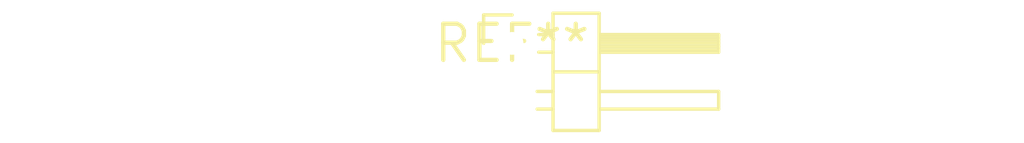
<source format=kicad_pcb>
(kicad_pcb (version 20240108) (generator pcbnew)
  (layers (0 "F.Cu" signal) (31 "B.Cu" signal) (34 "B.Paste" user) (35 "F.Paste" user) (36 "B.SilkS" user "B.Silkscreen") (37 "F.SilkS" user "F.Silkscreen") (38 "B.Mask" user) (39 "F.Mask" user) (44 "Edge.Cuts" user))
  (net 0 "")
  (footprint "PinHeader_1x02_P2.00mm_Horizontal" (layer "F.Cu") (at 0 0)
    (property "Reference" "REF**")
    (property "Value" "PinHeader_1x02_P2.00mm_Horizontal")
    (fp_line (start -1 -1) (end 0 -1) (layer "F.SilkS") (stroke (width 0.12)))
    (fp_line (start -1 0) (end -1 -1) (layer "F.SilkS") (stroke (width 0.12)))
    (fp_line (start 0.882114 1.69) (end 1.44 1.69) (layer "F.SilkS") (stroke (width 0.12)))
    (fp_line (start 0.882114 2.31) (end 1.44 2.31) (layer "F.SilkS") (stroke (width 0.12)))
    (fp_line (start 0.935 -0.31) (end 1.44 -0.31) (layer "F.SilkS") (stroke (width 0.12)))
    (fp_line (start 0.935 0.31) (end 1.44 0.31) (layer "F.SilkS") (stroke (width 0.12)))
    (fp_line (start 1.44 -1.06) (end 1.44 3.06) (layer "F.SilkS") (stroke (width 0.12)))
    (fp_line (start 1.44 1) (end 3.06 1) (layer "F.SilkS") (stroke (width 0.12)))
    (fp_line (start 1.44 3.06) (end 3.06 3.06) (layer "F.SilkS") (stroke (width 0.12)))
    (fp_line (start 3.06 -1.06) (end 1.44 -1.06) (layer "F.SilkS") (stroke (width 0.12)))
    (fp_line (start 3.06 -0.31) (end 7.26 -0.31) (layer "F.SilkS") (stroke (width 0.12)))
    (fp_line (start 3.06 -0.25) (end 7.26 -0.25) (layer "F.SilkS") (stroke (width 0.12)))
    (fp_line (start 3.06 -0.13) (end 7.26 -0.13) (layer "F.SilkS") (stroke (width 0.12)))
    (fp_line (start 3.06 -0.01) (end 7.26 -0.01) (layer "F.SilkS") (stroke (width 0.12)))
    (fp_line (start 3.06 0.11) (end 7.26 0.11) (layer "F.SilkS") (stroke (width 0.12)))
    (fp_line (start 3.06 0.23) (end 7.26 0.23) (layer "F.SilkS") (stroke (width 0.12)))
    (fp_line (start 3.06 1.69) (end 7.26 1.69) (layer "F.SilkS") (stroke (width 0.12)))
    (fp_line (start 3.06 3.06) (end 3.06 -1.06) (layer "F.SilkS") (stroke (width 0.12)))
    (fp_line (start 7.26 -0.31) (end 7.26 0.31) (layer "F.SilkS") (stroke (width 0.12)))
    (fp_line (start 7.26 0.31) (end 3.06 0.31) (layer "F.SilkS") (stroke (width 0.12)))
    (fp_line (start 7.26 1.69) (end 7.26 2.31) (layer "F.SilkS") (stroke (width 0.12)))
    (fp_line (start 7.26 2.31) (end 3.06 2.31) (layer "F.SilkS") (stroke (width 0.12)))
    (pad "1" thru_hole rect (at 0 0) (size 1.35 1.35) (drill 0.8) (layers *.Cu *.Mask) (remove_unused_layers))
    (pad "2" thru_hole oval (at 0 2) (size 1.35 1.35) (drill 0.8) (layers *.Cu *.Mask) (remove_unused_layers))
  )
)
</source>
